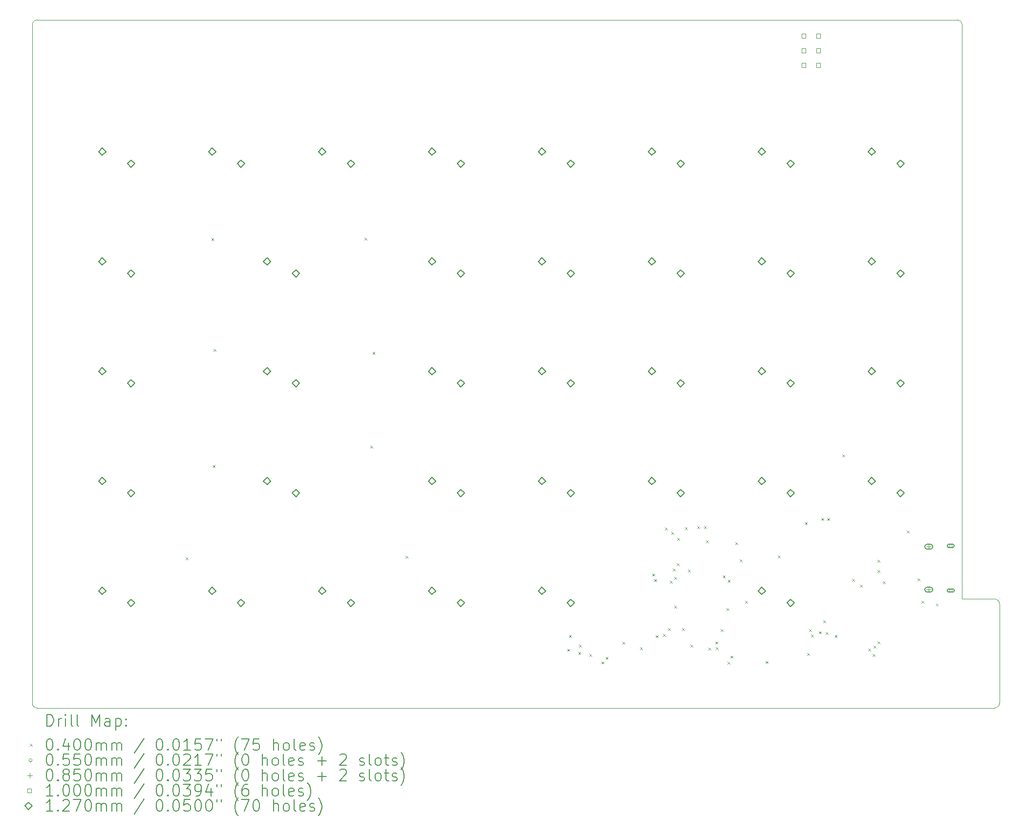
<source format=gbr>
%TF.GenerationSoftware,KiCad,Pcbnew,(6.0.10)*%
%TF.CreationDate,2023-02-02T18:03:20-08:00*%
%TF.ProjectId,netrazr_rev2-Left,6e657472-617a-4725-9f72-6576322d4c65,2*%
%TF.SameCoordinates,Original*%
%TF.FileFunction,Drillmap*%
%TF.FilePolarity,Positive*%
%FSLAX45Y45*%
G04 Gerber Fmt 4.5, Leading zero omitted, Abs format (unit mm)*
G04 Created by KiCad (PCBNEW (6.0.10)) date 2023-02-02 18:03:20*
%MOMM*%
%LPD*%
G01*
G04 APERTURE LIST*
%ADD10C,0.050000*%
%ADD11C,0.200000*%
%ADD12C,0.040000*%
%ADD13C,0.055000*%
%ADD14C,0.085000*%
%ADD15C,0.100000*%
%ADD16C,0.127000*%
G04 APERTURE END LIST*
D10*
X19796300Y-6019800D02*
G75*
G03*
X19716500Y-5940000I-79800J0D01*
G01*
X3768900Y-17878000D02*
X20355100Y-17878000D01*
X20444000Y-15985700D02*
X20444000Y-15985700D01*
X19716500Y-5940000D02*
X3768900Y-5940000D01*
X20355100Y-15985700D02*
X19796300Y-15985700D01*
X3680000Y-6028900D02*
X3680000Y-17789100D01*
X19796300Y-14931600D02*
X19796300Y-6019800D01*
X3768900Y-5940000D02*
G75*
G03*
X3680000Y-6028900I0J-88900D01*
G01*
X20355100Y-17878000D02*
G75*
G03*
X20444000Y-17789100I0J88900D01*
G01*
X20444000Y-16074600D02*
G75*
G03*
X20355100Y-15985700I-88900J0D01*
G01*
X20444000Y-15985700D02*
X20444000Y-15985700D01*
X3680000Y-17789100D02*
G75*
G03*
X3768900Y-17878000I88900J0D01*
G01*
X19796300Y-15985700D02*
X19796300Y-14931600D01*
X20444000Y-17789100D02*
X20444000Y-16074600D01*
D11*
D12*
X6339700Y-15267200D02*
X6379700Y-15307200D01*
X6379700Y-15267200D02*
X6339700Y-15307200D01*
X6784200Y-9730000D02*
X6824200Y-9770000D01*
X6824200Y-9730000D02*
X6784200Y-9770000D01*
X6809600Y-13667000D02*
X6849600Y-13707000D01*
X6849600Y-13667000D02*
X6809600Y-13707000D01*
X6822300Y-11647700D02*
X6862300Y-11687700D01*
X6862300Y-11647700D02*
X6822300Y-11687700D01*
X9438500Y-9717300D02*
X9478500Y-9757300D01*
X9478500Y-9717300D02*
X9438500Y-9757300D01*
X9540100Y-13324100D02*
X9580100Y-13364100D01*
X9580100Y-13324100D02*
X9540100Y-13364100D01*
X9578200Y-11698500D02*
X9618200Y-11738500D01*
X9618200Y-11698500D02*
X9578200Y-11738500D01*
X10149700Y-15241800D02*
X10189700Y-15281800D01*
X10189700Y-15241800D02*
X10149700Y-15281800D01*
X12955550Y-16853000D02*
X12995550Y-16893000D01*
X12995550Y-16853000D02*
X12955550Y-16893000D01*
X12982181Y-16609681D02*
X13022181Y-16649681D01*
X13022181Y-16609681D02*
X12982181Y-16649681D01*
X13143069Y-16910569D02*
X13183069Y-16950569D01*
X13183069Y-16910569D02*
X13143069Y-16950569D01*
X13155500Y-16782950D02*
X13195500Y-16822950D01*
X13195500Y-16782950D02*
X13155500Y-16822950D01*
X13335500Y-16943000D02*
X13375500Y-16983000D01*
X13375500Y-16943000D02*
X13335500Y-16983000D01*
X13543920Y-17073920D02*
X13583920Y-17113920D01*
X13583920Y-17073920D02*
X13543920Y-17113920D01*
X13616370Y-16990400D02*
X13656370Y-17030400D01*
X13656370Y-16990400D02*
X13616370Y-17030400D01*
X13911900Y-16730500D02*
X13951900Y-16770500D01*
X13951900Y-16730500D02*
X13911900Y-16770500D01*
X14216700Y-16820200D02*
X14256700Y-16860200D01*
X14256700Y-16820200D02*
X14216700Y-16860200D01*
X14426500Y-15548000D02*
X14466500Y-15588000D01*
X14466500Y-15548000D02*
X14426500Y-15588000D01*
X14456868Y-15643225D02*
X14496868Y-15683225D01*
X14496868Y-15643225D02*
X14456868Y-15683225D01*
X14486259Y-16614612D02*
X14526259Y-16654612D01*
X14526259Y-16614612D02*
X14486259Y-16654612D01*
X14609115Y-16594215D02*
X14649115Y-16634215D01*
X14649115Y-16594215D02*
X14609115Y-16634215D01*
X14645500Y-14746500D02*
X14685500Y-14786500D01*
X14685500Y-14746500D02*
X14645500Y-14786500D01*
X14699300Y-16495550D02*
X14739300Y-16535550D01*
X14739300Y-16495550D02*
X14699300Y-16535550D01*
X14730569Y-15672931D02*
X14770569Y-15712931D01*
X14770569Y-15672931D02*
X14730569Y-15712931D01*
X14756881Y-14825619D02*
X14796881Y-14865619D01*
X14796881Y-14825619D02*
X14756881Y-14865619D01*
X14780298Y-15457981D02*
X14820298Y-15497981D01*
X14820298Y-15457981D02*
X14780298Y-15497981D01*
X14803644Y-15604740D02*
X14843644Y-15644740D01*
X14843644Y-15604740D02*
X14803644Y-15644740D01*
X14804105Y-16104534D02*
X14844105Y-16144534D01*
X14844105Y-16104534D02*
X14804105Y-16144534D01*
X14848700Y-15368800D02*
X14888700Y-15408800D01*
X14888700Y-15368800D02*
X14848700Y-15408800D01*
X14858481Y-14927219D02*
X14898481Y-14967219D01*
X14898481Y-14927219D02*
X14858481Y-14967219D01*
X14940500Y-16493000D02*
X14980500Y-16533000D01*
X14980500Y-16493000D02*
X14940500Y-16533000D01*
X14990069Y-14741431D02*
X15030069Y-14781431D01*
X15030069Y-14741431D02*
X14990069Y-14781431D01*
X15043050Y-15479230D02*
X15083050Y-15519230D01*
X15083050Y-15479230D02*
X15043050Y-15519230D01*
X15088436Y-16783000D02*
X15128436Y-16823000D01*
X15128436Y-16783000D02*
X15088436Y-16823000D01*
X15203500Y-14723950D02*
X15243500Y-14763950D01*
X15243500Y-14723950D02*
X15203500Y-14763950D01*
X15320500Y-14723950D02*
X15360500Y-14763950D01*
X15360500Y-14723950D02*
X15320500Y-14763950D01*
X15359700Y-14966000D02*
X15399700Y-15006000D01*
X15399700Y-14966000D02*
X15359700Y-15006000D01*
X15397800Y-16831488D02*
X15437800Y-16871488D01*
X15437800Y-16831488D02*
X15397800Y-16871488D01*
X15517908Y-16724796D02*
X15557908Y-16764796D01*
X15557908Y-16724796D02*
X15517908Y-16764796D01*
X15525707Y-16824442D02*
X15565707Y-16864442D01*
X15565707Y-16824442D02*
X15525707Y-16864442D01*
X15610500Y-16511750D02*
X15650500Y-16551750D01*
X15650500Y-16511750D02*
X15610500Y-16551750D01*
X15649748Y-15579350D02*
X15689748Y-15619350D01*
X15689748Y-15579350D02*
X15649748Y-15619350D01*
X15715300Y-16147100D02*
X15755300Y-16187100D01*
X15755300Y-16147100D02*
X15715300Y-16187100D01*
X15728000Y-17074200D02*
X15768000Y-17114200D01*
X15768000Y-17074200D02*
X15728000Y-17114200D01*
X15732881Y-15651800D02*
X15772881Y-15691800D01*
X15772881Y-15651800D02*
X15732881Y-15691800D01*
X15783225Y-16971765D02*
X15823225Y-17011765D01*
X15823225Y-16971765D02*
X15783225Y-17011765D01*
X15867700Y-15000400D02*
X15907700Y-15040400D01*
X15907700Y-15000400D02*
X15867700Y-15040400D01*
X15943900Y-15299150D02*
X15983900Y-15339150D01*
X15983900Y-15299150D02*
X15943900Y-15339150D01*
X16032800Y-16017550D02*
X16072800Y-16057550D01*
X16072800Y-16017550D02*
X16032800Y-16057550D01*
X16392200Y-17063730D02*
X16432200Y-17103730D01*
X16432200Y-17063730D02*
X16392200Y-17103730D01*
X16601300Y-15229100D02*
X16641300Y-15269100D01*
X16641300Y-15229100D02*
X16601300Y-15269100D01*
X17070950Y-14653950D02*
X17110950Y-14693950D01*
X17110950Y-14653950D02*
X17070950Y-14693950D01*
X17112300Y-16921800D02*
X17152300Y-16961800D01*
X17152300Y-16921800D02*
X17112300Y-16961800D01*
X17141400Y-16511700D02*
X17181400Y-16551700D01*
X17181400Y-16511700D02*
X17141400Y-16551700D01*
X17176206Y-16605394D02*
X17216206Y-16645394D01*
X17216206Y-16605394D02*
X17176206Y-16645394D01*
X17310910Y-16547450D02*
X17350910Y-16587450D01*
X17350910Y-16547450D02*
X17310910Y-16587450D01*
X17355500Y-14583950D02*
X17395500Y-14623950D01*
X17395500Y-14583950D02*
X17355500Y-14623950D01*
X17391700Y-16357550D02*
X17431700Y-16397550D01*
X17431700Y-16357550D02*
X17391700Y-16397550D01*
X17428535Y-16562615D02*
X17468535Y-16602615D01*
X17468535Y-16562615D02*
X17428535Y-16602615D01*
X17455448Y-14584550D02*
X17495448Y-14624550D01*
X17495448Y-14584550D02*
X17455448Y-14624550D01*
X17588650Y-16612950D02*
X17628650Y-16652950D01*
X17628650Y-16612950D02*
X17588650Y-16652950D01*
X17720000Y-13480000D02*
X17760000Y-13520000D01*
X17760000Y-13480000D02*
X17720000Y-13520000D01*
X17887000Y-15639100D02*
X17927000Y-15679100D01*
X17927000Y-15639100D02*
X17887000Y-15679100D01*
X18026700Y-15740700D02*
X18066700Y-15780700D01*
X18066700Y-15740700D02*
X18026700Y-15780700D01*
X18166400Y-16850450D02*
X18206400Y-16890450D01*
X18206400Y-16850450D02*
X18166400Y-16890450D01*
X18241706Y-16941971D02*
X18281706Y-16981971D01*
X18281706Y-16941971D02*
X18241706Y-16981971D01*
X18260074Y-16797021D02*
X18300074Y-16837021D01*
X18300074Y-16797021D02*
X18260074Y-16837021D01*
X18327183Y-16722950D02*
X18367183Y-16762950D01*
X18367183Y-16722950D02*
X18327183Y-16762950D01*
X18331500Y-15308900D02*
X18371500Y-15348900D01*
X18371500Y-15308900D02*
X18331500Y-15348900D01*
X18331500Y-15486700D02*
X18371500Y-15526700D01*
X18371500Y-15486700D02*
X18331500Y-15526700D01*
X18420400Y-15677200D02*
X18460400Y-15717200D01*
X18460400Y-15677200D02*
X18420400Y-15717200D01*
X18839500Y-14800900D02*
X18879500Y-14840900D01*
X18879500Y-14800900D02*
X18839500Y-14840900D01*
X19021220Y-15629719D02*
X19061220Y-15669719D01*
X19061220Y-15629719D02*
X19021220Y-15669719D01*
X19090500Y-16016500D02*
X19130500Y-16056500D01*
X19130500Y-16016500D02*
X19090500Y-16056500D01*
X19341150Y-16064550D02*
X19381150Y-16104550D01*
X19381150Y-16064550D02*
X19341150Y-16104550D01*
D13*
X19625100Y-15064800D02*
G75*
G03*
X19625100Y-15064800I-27500J0D01*
G01*
D11*
X19630100Y-15037300D02*
X19565100Y-15037300D01*
X19630100Y-15092300D02*
X19565100Y-15092300D01*
X19565100Y-15037300D02*
G75*
G03*
X19565100Y-15092300I0J-27500D01*
G01*
X19630100Y-15092300D02*
G75*
G03*
X19630100Y-15037300I0J27500D01*
G01*
D13*
X19625100Y-15839800D02*
G75*
G03*
X19625100Y-15839800I-27500J0D01*
G01*
D11*
X19630100Y-15812300D02*
X19565100Y-15812300D01*
X19630100Y-15867300D02*
X19565100Y-15867300D01*
X19565100Y-15812300D02*
G75*
G03*
X19565100Y-15867300I0J-27500D01*
G01*
X19630100Y-15867300D02*
G75*
G03*
X19630100Y-15812300I0J27500D01*
G01*
D14*
X19217600Y-15037300D02*
X19217600Y-15122300D01*
X19175100Y-15079800D02*
X19260100Y-15079800D01*
D11*
X19245100Y-15037300D02*
X19190100Y-15037300D01*
X19245100Y-15122300D02*
X19190100Y-15122300D01*
X19190100Y-15037300D02*
G75*
G03*
X19190100Y-15122300I0J-42500D01*
G01*
X19245100Y-15122300D02*
G75*
G03*
X19245100Y-15037300I0J42500D01*
G01*
D14*
X19217600Y-15782300D02*
X19217600Y-15867300D01*
X19175100Y-15824800D02*
X19260100Y-15824800D01*
D11*
X19245100Y-15782300D02*
X19190100Y-15782300D01*
X19245100Y-15867300D02*
X19190100Y-15867300D01*
X19190100Y-15782300D02*
G75*
G03*
X19190100Y-15867300I0J-42500D01*
G01*
X19245100Y-15867300D02*
G75*
G03*
X19245100Y-15782300I0J42500D01*
G01*
D15*
X17082356Y-6252356D02*
X17082356Y-6181644D01*
X17011644Y-6181644D01*
X17011644Y-6252356D01*
X17082356Y-6252356D01*
X17082356Y-6506356D02*
X17082356Y-6435644D01*
X17011644Y-6435644D01*
X17011644Y-6506356D01*
X17082356Y-6506356D01*
X17082356Y-6760356D02*
X17082356Y-6689644D01*
X17011644Y-6689644D01*
X17011644Y-6760356D01*
X17082356Y-6760356D01*
X17336356Y-6252356D02*
X17336356Y-6181644D01*
X17265644Y-6181644D01*
X17265644Y-6252356D01*
X17336356Y-6252356D01*
X17336356Y-6506356D02*
X17336356Y-6435644D01*
X17265644Y-6435644D01*
X17265644Y-6506356D01*
X17336356Y-6506356D01*
X17336356Y-6760356D02*
X17336356Y-6689644D01*
X17265644Y-6689644D01*
X17265644Y-6760356D01*
X17336356Y-6760356D01*
D16*
X4894500Y-8288500D02*
X4958000Y-8225000D01*
X4894500Y-8161500D01*
X4831000Y-8225000D01*
X4894500Y-8288500D01*
X4894500Y-10193500D02*
X4958000Y-10130000D01*
X4894500Y-10066500D01*
X4831000Y-10130000D01*
X4894500Y-10193500D01*
X4894500Y-12098500D02*
X4958000Y-12035000D01*
X4894500Y-11971500D01*
X4831000Y-12035000D01*
X4894500Y-12098500D01*
X4894500Y-14003500D02*
X4958000Y-13940000D01*
X4894500Y-13876500D01*
X4831000Y-13940000D01*
X4894500Y-14003500D01*
X4894500Y-15908500D02*
X4958000Y-15845000D01*
X4894500Y-15781500D01*
X4831000Y-15845000D01*
X4894500Y-15908500D01*
X5394500Y-8498500D02*
X5458000Y-8435000D01*
X5394500Y-8371500D01*
X5331000Y-8435000D01*
X5394500Y-8498500D01*
X5394500Y-10403500D02*
X5458000Y-10340000D01*
X5394500Y-10276500D01*
X5331000Y-10340000D01*
X5394500Y-10403500D01*
X5394500Y-12308500D02*
X5458000Y-12245000D01*
X5394500Y-12181500D01*
X5331000Y-12245000D01*
X5394500Y-12308500D01*
X5394500Y-14213500D02*
X5458000Y-14150000D01*
X5394500Y-14086500D01*
X5331000Y-14150000D01*
X5394500Y-14213500D01*
X5394500Y-16118500D02*
X5458000Y-16055000D01*
X5394500Y-15991500D01*
X5331000Y-16055000D01*
X5394500Y-16118500D01*
X6799500Y-8288500D02*
X6863000Y-8225000D01*
X6799500Y-8161500D01*
X6736000Y-8225000D01*
X6799500Y-8288500D01*
X6799500Y-15908500D02*
X6863000Y-15845000D01*
X6799500Y-15781500D01*
X6736000Y-15845000D01*
X6799500Y-15908500D01*
X7299500Y-8498500D02*
X7363000Y-8435000D01*
X7299500Y-8371500D01*
X7236000Y-8435000D01*
X7299500Y-8498500D01*
X7299500Y-16118500D02*
X7363000Y-16055000D01*
X7299500Y-15991500D01*
X7236000Y-16055000D01*
X7299500Y-16118500D01*
X7752000Y-10193500D02*
X7815500Y-10130000D01*
X7752000Y-10066500D01*
X7688500Y-10130000D01*
X7752000Y-10193500D01*
X7752000Y-12098500D02*
X7815500Y-12035000D01*
X7752000Y-11971500D01*
X7688500Y-12035000D01*
X7752000Y-12098500D01*
X7752000Y-14003500D02*
X7815500Y-13940000D01*
X7752000Y-13876500D01*
X7688500Y-13940000D01*
X7752000Y-14003500D01*
X8252000Y-10403500D02*
X8315500Y-10340000D01*
X8252000Y-10276500D01*
X8188500Y-10340000D01*
X8252000Y-10403500D01*
X8252000Y-12308500D02*
X8315500Y-12245000D01*
X8252000Y-12181500D01*
X8188500Y-12245000D01*
X8252000Y-12308500D01*
X8252000Y-14213500D02*
X8315500Y-14150000D01*
X8252000Y-14086500D01*
X8188500Y-14150000D01*
X8252000Y-14213500D01*
X8704500Y-8288500D02*
X8768000Y-8225000D01*
X8704500Y-8161500D01*
X8641000Y-8225000D01*
X8704500Y-8288500D01*
X8704500Y-15908500D02*
X8768000Y-15845000D01*
X8704500Y-15781500D01*
X8641000Y-15845000D01*
X8704500Y-15908500D01*
X9204500Y-8498500D02*
X9268000Y-8435000D01*
X9204500Y-8371500D01*
X9141000Y-8435000D01*
X9204500Y-8498500D01*
X9204500Y-16118500D02*
X9268000Y-16055000D01*
X9204500Y-15991500D01*
X9141000Y-16055000D01*
X9204500Y-16118500D01*
X10609500Y-8288500D02*
X10673000Y-8225000D01*
X10609500Y-8161500D01*
X10546000Y-8225000D01*
X10609500Y-8288500D01*
X10609500Y-10193500D02*
X10673000Y-10130000D01*
X10609500Y-10066500D01*
X10546000Y-10130000D01*
X10609500Y-10193500D01*
X10609500Y-12098500D02*
X10673000Y-12035000D01*
X10609500Y-11971500D01*
X10546000Y-12035000D01*
X10609500Y-12098500D01*
X10609500Y-14003500D02*
X10673000Y-13940000D01*
X10609500Y-13876500D01*
X10546000Y-13940000D01*
X10609500Y-14003500D01*
X10609500Y-15908500D02*
X10673000Y-15845000D01*
X10609500Y-15781500D01*
X10546000Y-15845000D01*
X10609500Y-15908500D01*
X11109500Y-8498500D02*
X11173000Y-8435000D01*
X11109500Y-8371500D01*
X11046000Y-8435000D01*
X11109500Y-8498500D01*
X11109500Y-10403500D02*
X11173000Y-10340000D01*
X11109500Y-10276500D01*
X11046000Y-10340000D01*
X11109500Y-10403500D01*
X11109500Y-12308500D02*
X11173000Y-12245000D01*
X11109500Y-12181500D01*
X11046000Y-12245000D01*
X11109500Y-12308500D01*
X11109500Y-14213500D02*
X11173000Y-14150000D01*
X11109500Y-14086500D01*
X11046000Y-14150000D01*
X11109500Y-14213500D01*
X11109500Y-16118500D02*
X11173000Y-16055000D01*
X11109500Y-15991500D01*
X11046000Y-16055000D01*
X11109500Y-16118500D01*
X12514500Y-8288500D02*
X12578000Y-8225000D01*
X12514500Y-8161500D01*
X12451000Y-8225000D01*
X12514500Y-8288500D01*
X12514500Y-10193500D02*
X12578000Y-10130000D01*
X12514500Y-10066500D01*
X12451000Y-10130000D01*
X12514500Y-10193500D01*
X12514500Y-12098500D02*
X12578000Y-12035000D01*
X12514500Y-11971500D01*
X12451000Y-12035000D01*
X12514500Y-12098500D01*
X12514500Y-14003500D02*
X12578000Y-13940000D01*
X12514500Y-13876500D01*
X12451000Y-13940000D01*
X12514500Y-14003500D01*
X12514500Y-15908500D02*
X12578000Y-15845000D01*
X12514500Y-15781500D01*
X12451000Y-15845000D01*
X12514500Y-15908500D01*
X13014500Y-8498500D02*
X13078000Y-8435000D01*
X13014500Y-8371500D01*
X12951000Y-8435000D01*
X13014500Y-8498500D01*
X13014500Y-10403500D02*
X13078000Y-10340000D01*
X13014500Y-10276500D01*
X12951000Y-10340000D01*
X13014500Y-10403500D01*
X13014500Y-12308500D02*
X13078000Y-12245000D01*
X13014500Y-12181500D01*
X12951000Y-12245000D01*
X13014500Y-12308500D01*
X13014500Y-14213500D02*
X13078000Y-14150000D01*
X13014500Y-14086500D01*
X12951000Y-14150000D01*
X13014500Y-14213500D01*
X13014500Y-16118500D02*
X13078000Y-16055000D01*
X13014500Y-15991500D01*
X12951000Y-16055000D01*
X13014500Y-16118500D01*
X14419500Y-8288500D02*
X14483000Y-8225000D01*
X14419500Y-8161500D01*
X14356000Y-8225000D01*
X14419500Y-8288500D01*
X14419500Y-10193500D02*
X14483000Y-10130000D01*
X14419500Y-10066500D01*
X14356000Y-10130000D01*
X14419500Y-10193500D01*
X14419500Y-12098500D02*
X14483000Y-12035000D01*
X14419500Y-11971500D01*
X14356000Y-12035000D01*
X14419500Y-12098500D01*
X14419500Y-14003500D02*
X14483000Y-13940000D01*
X14419500Y-13876500D01*
X14356000Y-13940000D01*
X14419500Y-14003500D01*
X14919500Y-8498500D02*
X14983000Y-8435000D01*
X14919500Y-8371500D01*
X14856000Y-8435000D01*
X14919500Y-8498500D01*
X14919500Y-10403500D02*
X14983000Y-10340000D01*
X14919500Y-10276500D01*
X14856000Y-10340000D01*
X14919500Y-10403500D01*
X14919500Y-12308500D02*
X14983000Y-12245000D01*
X14919500Y-12181500D01*
X14856000Y-12245000D01*
X14919500Y-12308500D01*
X14919500Y-14213500D02*
X14983000Y-14150000D01*
X14919500Y-14086500D01*
X14856000Y-14150000D01*
X14919500Y-14213500D01*
X16324500Y-8288500D02*
X16388000Y-8225000D01*
X16324500Y-8161500D01*
X16261000Y-8225000D01*
X16324500Y-8288500D01*
X16324500Y-10193500D02*
X16388000Y-10130000D01*
X16324500Y-10066500D01*
X16261000Y-10130000D01*
X16324500Y-10193500D01*
X16324500Y-12098500D02*
X16388000Y-12035000D01*
X16324500Y-11971500D01*
X16261000Y-12035000D01*
X16324500Y-12098500D01*
X16324500Y-14003500D02*
X16388000Y-13940000D01*
X16324500Y-13876500D01*
X16261000Y-13940000D01*
X16324500Y-14003500D01*
X16324500Y-15908500D02*
X16388000Y-15845000D01*
X16324500Y-15781500D01*
X16261000Y-15845000D01*
X16324500Y-15908500D01*
X16824500Y-8498500D02*
X16888000Y-8435000D01*
X16824500Y-8371500D01*
X16761000Y-8435000D01*
X16824500Y-8498500D01*
X16824500Y-10403500D02*
X16888000Y-10340000D01*
X16824500Y-10276500D01*
X16761000Y-10340000D01*
X16824500Y-10403500D01*
X16824500Y-12308500D02*
X16888000Y-12245000D01*
X16824500Y-12181500D01*
X16761000Y-12245000D01*
X16824500Y-12308500D01*
X16824500Y-14213500D02*
X16888000Y-14150000D01*
X16824500Y-14086500D01*
X16761000Y-14150000D01*
X16824500Y-14213500D01*
X16824500Y-16118500D02*
X16888000Y-16055000D01*
X16824500Y-15991500D01*
X16761000Y-16055000D01*
X16824500Y-16118500D01*
X18229500Y-8288500D02*
X18293000Y-8225000D01*
X18229500Y-8161500D01*
X18166000Y-8225000D01*
X18229500Y-8288500D01*
X18229500Y-10193500D02*
X18293000Y-10130000D01*
X18229500Y-10066500D01*
X18166000Y-10130000D01*
X18229500Y-10193500D01*
X18229500Y-12098500D02*
X18293000Y-12035000D01*
X18229500Y-11971500D01*
X18166000Y-12035000D01*
X18229500Y-12098500D01*
X18229500Y-14003500D02*
X18293000Y-13940000D01*
X18229500Y-13876500D01*
X18166000Y-13940000D01*
X18229500Y-14003500D01*
X18729500Y-8498500D02*
X18793000Y-8435000D01*
X18729500Y-8371500D01*
X18666000Y-8435000D01*
X18729500Y-8498500D01*
X18729500Y-10403500D02*
X18793000Y-10340000D01*
X18729500Y-10276500D01*
X18666000Y-10340000D01*
X18729500Y-10403500D01*
X18729500Y-12308500D02*
X18793000Y-12245000D01*
X18729500Y-12181500D01*
X18666000Y-12245000D01*
X18729500Y-12308500D01*
X18729500Y-14213500D02*
X18793000Y-14150000D01*
X18729500Y-14086500D01*
X18666000Y-14150000D01*
X18729500Y-14213500D01*
D11*
X3935119Y-18190976D02*
X3935119Y-17990976D01*
X3982738Y-17990976D01*
X4011309Y-18000500D01*
X4030357Y-18019548D01*
X4039881Y-18038595D01*
X4049405Y-18076690D01*
X4049405Y-18105262D01*
X4039881Y-18143357D01*
X4030357Y-18162405D01*
X4011309Y-18181452D01*
X3982738Y-18190976D01*
X3935119Y-18190976D01*
X4135119Y-18190976D02*
X4135119Y-18057643D01*
X4135119Y-18095738D02*
X4144643Y-18076690D01*
X4154167Y-18067167D01*
X4173214Y-18057643D01*
X4192262Y-18057643D01*
X4258929Y-18190976D02*
X4258929Y-18057643D01*
X4258929Y-17990976D02*
X4249405Y-18000500D01*
X4258929Y-18010024D01*
X4268452Y-18000500D01*
X4258929Y-17990976D01*
X4258929Y-18010024D01*
X4382738Y-18190976D02*
X4363690Y-18181452D01*
X4354167Y-18162405D01*
X4354167Y-17990976D01*
X4487500Y-18190976D02*
X4468452Y-18181452D01*
X4458929Y-18162405D01*
X4458929Y-17990976D01*
X4716071Y-18190976D02*
X4716071Y-17990976D01*
X4782738Y-18133833D01*
X4849405Y-17990976D01*
X4849405Y-18190976D01*
X5030357Y-18190976D02*
X5030357Y-18086214D01*
X5020833Y-18067167D01*
X5001786Y-18057643D01*
X4963690Y-18057643D01*
X4944643Y-18067167D01*
X5030357Y-18181452D02*
X5011310Y-18190976D01*
X4963690Y-18190976D01*
X4944643Y-18181452D01*
X4935119Y-18162405D01*
X4935119Y-18143357D01*
X4944643Y-18124310D01*
X4963690Y-18114786D01*
X5011310Y-18114786D01*
X5030357Y-18105262D01*
X5125595Y-18057643D02*
X5125595Y-18257643D01*
X5125595Y-18067167D02*
X5144643Y-18057643D01*
X5182738Y-18057643D01*
X5201786Y-18067167D01*
X5211310Y-18076690D01*
X5220833Y-18095738D01*
X5220833Y-18152881D01*
X5211310Y-18171929D01*
X5201786Y-18181452D01*
X5182738Y-18190976D01*
X5144643Y-18190976D01*
X5125595Y-18181452D01*
X5306548Y-18171929D02*
X5316071Y-18181452D01*
X5306548Y-18190976D01*
X5297024Y-18181452D01*
X5306548Y-18171929D01*
X5306548Y-18190976D01*
X5306548Y-18067167D02*
X5316071Y-18076690D01*
X5306548Y-18086214D01*
X5297024Y-18076690D01*
X5306548Y-18067167D01*
X5306548Y-18086214D01*
D12*
X3637500Y-18500500D02*
X3677500Y-18540500D01*
X3677500Y-18500500D02*
X3637500Y-18540500D01*
D11*
X3973214Y-18410976D02*
X3992262Y-18410976D01*
X4011309Y-18420500D01*
X4020833Y-18430024D01*
X4030357Y-18449071D01*
X4039881Y-18487167D01*
X4039881Y-18534786D01*
X4030357Y-18572881D01*
X4020833Y-18591929D01*
X4011309Y-18601452D01*
X3992262Y-18610976D01*
X3973214Y-18610976D01*
X3954167Y-18601452D01*
X3944643Y-18591929D01*
X3935119Y-18572881D01*
X3925595Y-18534786D01*
X3925595Y-18487167D01*
X3935119Y-18449071D01*
X3944643Y-18430024D01*
X3954167Y-18420500D01*
X3973214Y-18410976D01*
X4125595Y-18591929D02*
X4135119Y-18601452D01*
X4125595Y-18610976D01*
X4116071Y-18601452D01*
X4125595Y-18591929D01*
X4125595Y-18610976D01*
X4306548Y-18477643D02*
X4306548Y-18610976D01*
X4258929Y-18401452D02*
X4211310Y-18544310D01*
X4335119Y-18544310D01*
X4449405Y-18410976D02*
X4468452Y-18410976D01*
X4487500Y-18420500D01*
X4497024Y-18430024D01*
X4506548Y-18449071D01*
X4516071Y-18487167D01*
X4516071Y-18534786D01*
X4506548Y-18572881D01*
X4497024Y-18591929D01*
X4487500Y-18601452D01*
X4468452Y-18610976D01*
X4449405Y-18610976D01*
X4430357Y-18601452D01*
X4420833Y-18591929D01*
X4411310Y-18572881D01*
X4401786Y-18534786D01*
X4401786Y-18487167D01*
X4411310Y-18449071D01*
X4420833Y-18430024D01*
X4430357Y-18420500D01*
X4449405Y-18410976D01*
X4639881Y-18410976D02*
X4658929Y-18410976D01*
X4677976Y-18420500D01*
X4687500Y-18430024D01*
X4697024Y-18449071D01*
X4706548Y-18487167D01*
X4706548Y-18534786D01*
X4697024Y-18572881D01*
X4687500Y-18591929D01*
X4677976Y-18601452D01*
X4658929Y-18610976D01*
X4639881Y-18610976D01*
X4620833Y-18601452D01*
X4611310Y-18591929D01*
X4601786Y-18572881D01*
X4592262Y-18534786D01*
X4592262Y-18487167D01*
X4601786Y-18449071D01*
X4611310Y-18430024D01*
X4620833Y-18420500D01*
X4639881Y-18410976D01*
X4792262Y-18610976D02*
X4792262Y-18477643D01*
X4792262Y-18496690D02*
X4801786Y-18487167D01*
X4820833Y-18477643D01*
X4849405Y-18477643D01*
X4868452Y-18487167D01*
X4877976Y-18506214D01*
X4877976Y-18610976D01*
X4877976Y-18506214D02*
X4887500Y-18487167D01*
X4906548Y-18477643D01*
X4935119Y-18477643D01*
X4954167Y-18487167D01*
X4963690Y-18506214D01*
X4963690Y-18610976D01*
X5058929Y-18610976D02*
X5058929Y-18477643D01*
X5058929Y-18496690D02*
X5068452Y-18487167D01*
X5087500Y-18477643D01*
X5116071Y-18477643D01*
X5135119Y-18487167D01*
X5144643Y-18506214D01*
X5144643Y-18610976D01*
X5144643Y-18506214D02*
X5154167Y-18487167D01*
X5173214Y-18477643D01*
X5201786Y-18477643D01*
X5220833Y-18487167D01*
X5230357Y-18506214D01*
X5230357Y-18610976D01*
X5620833Y-18401452D02*
X5449405Y-18658595D01*
X5877976Y-18410976D02*
X5897024Y-18410976D01*
X5916071Y-18420500D01*
X5925595Y-18430024D01*
X5935119Y-18449071D01*
X5944643Y-18487167D01*
X5944643Y-18534786D01*
X5935119Y-18572881D01*
X5925595Y-18591929D01*
X5916071Y-18601452D01*
X5897024Y-18610976D01*
X5877976Y-18610976D01*
X5858928Y-18601452D01*
X5849405Y-18591929D01*
X5839881Y-18572881D01*
X5830357Y-18534786D01*
X5830357Y-18487167D01*
X5839881Y-18449071D01*
X5849405Y-18430024D01*
X5858928Y-18420500D01*
X5877976Y-18410976D01*
X6030357Y-18591929D02*
X6039881Y-18601452D01*
X6030357Y-18610976D01*
X6020833Y-18601452D01*
X6030357Y-18591929D01*
X6030357Y-18610976D01*
X6163690Y-18410976D02*
X6182738Y-18410976D01*
X6201786Y-18420500D01*
X6211309Y-18430024D01*
X6220833Y-18449071D01*
X6230357Y-18487167D01*
X6230357Y-18534786D01*
X6220833Y-18572881D01*
X6211309Y-18591929D01*
X6201786Y-18601452D01*
X6182738Y-18610976D01*
X6163690Y-18610976D01*
X6144643Y-18601452D01*
X6135119Y-18591929D01*
X6125595Y-18572881D01*
X6116071Y-18534786D01*
X6116071Y-18487167D01*
X6125595Y-18449071D01*
X6135119Y-18430024D01*
X6144643Y-18420500D01*
X6163690Y-18410976D01*
X6420833Y-18610976D02*
X6306548Y-18610976D01*
X6363690Y-18610976D02*
X6363690Y-18410976D01*
X6344643Y-18439548D01*
X6325595Y-18458595D01*
X6306548Y-18468119D01*
X6601786Y-18410976D02*
X6506548Y-18410976D01*
X6497024Y-18506214D01*
X6506548Y-18496690D01*
X6525595Y-18487167D01*
X6573214Y-18487167D01*
X6592262Y-18496690D01*
X6601786Y-18506214D01*
X6611309Y-18525262D01*
X6611309Y-18572881D01*
X6601786Y-18591929D01*
X6592262Y-18601452D01*
X6573214Y-18610976D01*
X6525595Y-18610976D01*
X6506548Y-18601452D01*
X6497024Y-18591929D01*
X6677976Y-18410976D02*
X6811309Y-18410976D01*
X6725595Y-18610976D01*
X6877976Y-18410976D02*
X6877976Y-18449071D01*
X6954167Y-18410976D02*
X6954167Y-18449071D01*
X7249405Y-18687167D02*
X7239881Y-18677643D01*
X7220833Y-18649071D01*
X7211309Y-18630024D01*
X7201786Y-18601452D01*
X7192262Y-18553833D01*
X7192262Y-18515738D01*
X7201786Y-18468119D01*
X7211309Y-18439548D01*
X7220833Y-18420500D01*
X7239881Y-18391929D01*
X7249405Y-18382405D01*
X7306548Y-18410976D02*
X7439881Y-18410976D01*
X7354167Y-18610976D01*
X7611309Y-18410976D02*
X7516071Y-18410976D01*
X7506548Y-18506214D01*
X7516071Y-18496690D01*
X7535119Y-18487167D01*
X7582738Y-18487167D01*
X7601786Y-18496690D01*
X7611309Y-18506214D01*
X7620833Y-18525262D01*
X7620833Y-18572881D01*
X7611309Y-18591929D01*
X7601786Y-18601452D01*
X7582738Y-18610976D01*
X7535119Y-18610976D01*
X7516071Y-18601452D01*
X7506548Y-18591929D01*
X7858928Y-18610976D02*
X7858928Y-18410976D01*
X7944643Y-18610976D02*
X7944643Y-18506214D01*
X7935119Y-18487167D01*
X7916071Y-18477643D01*
X7887500Y-18477643D01*
X7868452Y-18487167D01*
X7858928Y-18496690D01*
X8068452Y-18610976D02*
X8049405Y-18601452D01*
X8039881Y-18591929D01*
X8030357Y-18572881D01*
X8030357Y-18515738D01*
X8039881Y-18496690D01*
X8049405Y-18487167D01*
X8068452Y-18477643D01*
X8097024Y-18477643D01*
X8116071Y-18487167D01*
X8125595Y-18496690D01*
X8135119Y-18515738D01*
X8135119Y-18572881D01*
X8125595Y-18591929D01*
X8116071Y-18601452D01*
X8097024Y-18610976D01*
X8068452Y-18610976D01*
X8249405Y-18610976D02*
X8230357Y-18601452D01*
X8220833Y-18582405D01*
X8220833Y-18410976D01*
X8401786Y-18601452D02*
X8382738Y-18610976D01*
X8344643Y-18610976D01*
X8325595Y-18601452D01*
X8316071Y-18582405D01*
X8316071Y-18506214D01*
X8325595Y-18487167D01*
X8344643Y-18477643D01*
X8382738Y-18477643D01*
X8401786Y-18487167D01*
X8411310Y-18506214D01*
X8411310Y-18525262D01*
X8316071Y-18544310D01*
X8487500Y-18601452D02*
X8506548Y-18610976D01*
X8544643Y-18610976D01*
X8563690Y-18601452D01*
X8573214Y-18582405D01*
X8573214Y-18572881D01*
X8563690Y-18553833D01*
X8544643Y-18544310D01*
X8516071Y-18544310D01*
X8497024Y-18534786D01*
X8487500Y-18515738D01*
X8487500Y-18506214D01*
X8497024Y-18487167D01*
X8516071Y-18477643D01*
X8544643Y-18477643D01*
X8563690Y-18487167D01*
X8639881Y-18687167D02*
X8649405Y-18677643D01*
X8668452Y-18649071D01*
X8677976Y-18630024D01*
X8687500Y-18601452D01*
X8697024Y-18553833D01*
X8697024Y-18515738D01*
X8687500Y-18468119D01*
X8677976Y-18439548D01*
X8668452Y-18420500D01*
X8649405Y-18391929D01*
X8639881Y-18382405D01*
D13*
X3677500Y-18784500D02*
G75*
G03*
X3677500Y-18784500I-27500J0D01*
G01*
D11*
X3973214Y-18674976D02*
X3992262Y-18674976D01*
X4011309Y-18684500D01*
X4020833Y-18694024D01*
X4030357Y-18713071D01*
X4039881Y-18751167D01*
X4039881Y-18798786D01*
X4030357Y-18836881D01*
X4020833Y-18855929D01*
X4011309Y-18865452D01*
X3992262Y-18874976D01*
X3973214Y-18874976D01*
X3954167Y-18865452D01*
X3944643Y-18855929D01*
X3935119Y-18836881D01*
X3925595Y-18798786D01*
X3925595Y-18751167D01*
X3935119Y-18713071D01*
X3944643Y-18694024D01*
X3954167Y-18684500D01*
X3973214Y-18674976D01*
X4125595Y-18855929D02*
X4135119Y-18865452D01*
X4125595Y-18874976D01*
X4116071Y-18865452D01*
X4125595Y-18855929D01*
X4125595Y-18874976D01*
X4316071Y-18674976D02*
X4220833Y-18674976D01*
X4211310Y-18770214D01*
X4220833Y-18760690D01*
X4239881Y-18751167D01*
X4287500Y-18751167D01*
X4306548Y-18760690D01*
X4316071Y-18770214D01*
X4325595Y-18789262D01*
X4325595Y-18836881D01*
X4316071Y-18855929D01*
X4306548Y-18865452D01*
X4287500Y-18874976D01*
X4239881Y-18874976D01*
X4220833Y-18865452D01*
X4211310Y-18855929D01*
X4506548Y-18674976D02*
X4411310Y-18674976D01*
X4401786Y-18770214D01*
X4411310Y-18760690D01*
X4430357Y-18751167D01*
X4477976Y-18751167D01*
X4497024Y-18760690D01*
X4506548Y-18770214D01*
X4516071Y-18789262D01*
X4516071Y-18836881D01*
X4506548Y-18855929D01*
X4497024Y-18865452D01*
X4477976Y-18874976D01*
X4430357Y-18874976D01*
X4411310Y-18865452D01*
X4401786Y-18855929D01*
X4639881Y-18674976D02*
X4658929Y-18674976D01*
X4677976Y-18684500D01*
X4687500Y-18694024D01*
X4697024Y-18713071D01*
X4706548Y-18751167D01*
X4706548Y-18798786D01*
X4697024Y-18836881D01*
X4687500Y-18855929D01*
X4677976Y-18865452D01*
X4658929Y-18874976D01*
X4639881Y-18874976D01*
X4620833Y-18865452D01*
X4611310Y-18855929D01*
X4601786Y-18836881D01*
X4592262Y-18798786D01*
X4592262Y-18751167D01*
X4601786Y-18713071D01*
X4611310Y-18694024D01*
X4620833Y-18684500D01*
X4639881Y-18674976D01*
X4792262Y-18874976D02*
X4792262Y-18741643D01*
X4792262Y-18760690D02*
X4801786Y-18751167D01*
X4820833Y-18741643D01*
X4849405Y-18741643D01*
X4868452Y-18751167D01*
X4877976Y-18770214D01*
X4877976Y-18874976D01*
X4877976Y-18770214D02*
X4887500Y-18751167D01*
X4906548Y-18741643D01*
X4935119Y-18741643D01*
X4954167Y-18751167D01*
X4963690Y-18770214D01*
X4963690Y-18874976D01*
X5058929Y-18874976D02*
X5058929Y-18741643D01*
X5058929Y-18760690D02*
X5068452Y-18751167D01*
X5087500Y-18741643D01*
X5116071Y-18741643D01*
X5135119Y-18751167D01*
X5144643Y-18770214D01*
X5144643Y-18874976D01*
X5144643Y-18770214D02*
X5154167Y-18751167D01*
X5173214Y-18741643D01*
X5201786Y-18741643D01*
X5220833Y-18751167D01*
X5230357Y-18770214D01*
X5230357Y-18874976D01*
X5620833Y-18665452D02*
X5449405Y-18922595D01*
X5877976Y-18674976D02*
X5897024Y-18674976D01*
X5916071Y-18684500D01*
X5925595Y-18694024D01*
X5935119Y-18713071D01*
X5944643Y-18751167D01*
X5944643Y-18798786D01*
X5935119Y-18836881D01*
X5925595Y-18855929D01*
X5916071Y-18865452D01*
X5897024Y-18874976D01*
X5877976Y-18874976D01*
X5858928Y-18865452D01*
X5849405Y-18855929D01*
X5839881Y-18836881D01*
X5830357Y-18798786D01*
X5830357Y-18751167D01*
X5839881Y-18713071D01*
X5849405Y-18694024D01*
X5858928Y-18684500D01*
X5877976Y-18674976D01*
X6030357Y-18855929D02*
X6039881Y-18865452D01*
X6030357Y-18874976D01*
X6020833Y-18865452D01*
X6030357Y-18855929D01*
X6030357Y-18874976D01*
X6163690Y-18674976D02*
X6182738Y-18674976D01*
X6201786Y-18684500D01*
X6211309Y-18694024D01*
X6220833Y-18713071D01*
X6230357Y-18751167D01*
X6230357Y-18798786D01*
X6220833Y-18836881D01*
X6211309Y-18855929D01*
X6201786Y-18865452D01*
X6182738Y-18874976D01*
X6163690Y-18874976D01*
X6144643Y-18865452D01*
X6135119Y-18855929D01*
X6125595Y-18836881D01*
X6116071Y-18798786D01*
X6116071Y-18751167D01*
X6125595Y-18713071D01*
X6135119Y-18694024D01*
X6144643Y-18684500D01*
X6163690Y-18674976D01*
X6306548Y-18694024D02*
X6316071Y-18684500D01*
X6335119Y-18674976D01*
X6382738Y-18674976D01*
X6401786Y-18684500D01*
X6411309Y-18694024D01*
X6420833Y-18713071D01*
X6420833Y-18732119D01*
X6411309Y-18760690D01*
X6297024Y-18874976D01*
X6420833Y-18874976D01*
X6611309Y-18874976D02*
X6497024Y-18874976D01*
X6554167Y-18874976D02*
X6554167Y-18674976D01*
X6535119Y-18703548D01*
X6516071Y-18722595D01*
X6497024Y-18732119D01*
X6677976Y-18674976D02*
X6811309Y-18674976D01*
X6725595Y-18874976D01*
X6877976Y-18674976D02*
X6877976Y-18713071D01*
X6954167Y-18674976D02*
X6954167Y-18713071D01*
X7249405Y-18951167D02*
X7239881Y-18941643D01*
X7220833Y-18913071D01*
X7211309Y-18894024D01*
X7201786Y-18865452D01*
X7192262Y-18817833D01*
X7192262Y-18779738D01*
X7201786Y-18732119D01*
X7211309Y-18703548D01*
X7220833Y-18684500D01*
X7239881Y-18655929D01*
X7249405Y-18646405D01*
X7363690Y-18674976D02*
X7382738Y-18674976D01*
X7401786Y-18684500D01*
X7411309Y-18694024D01*
X7420833Y-18713071D01*
X7430357Y-18751167D01*
X7430357Y-18798786D01*
X7420833Y-18836881D01*
X7411309Y-18855929D01*
X7401786Y-18865452D01*
X7382738Y-18874976D01*
X7363690Y-18874976D01*
X7344643Y-18865452D01*
X7335119Y-18855929D01*
X7325595Y-18836881D01*
X7316071Y-18798786D01*
X7316071Y-18751167D01*
X7325595Y-18713071D01*
X7335119Y-18694024D01*
X7344643Y-18684500D01*
X7363690Y-18674976D01*
X7668452Y-18874976D02*
X7668452Y-18674976D01*
X7754167Y-18874976D02*
X7754167Y-18770214D01*
X7744643Y-18751167D01*
X7725595Y-18741643D01*
X7697024Y-18741643D01*
X7677976Y-18751167D01*
X7668452Y-18760690D01*
X7877976Y-18874976D02*
X7858928Y-18865452D01*
X7849405Y-18855929D01*
X7839881Y-18836881D01*
X7839881Y-18779738D01*
X7849405Y-18760690D01*
X7858928Y-18751167D01*
X7877976Y-18741643D01*
X7906548Y-18741643D01*
X7925595Y-18751167D01*
X7935119Y-18760690D01*
X7944643Y-18779738D01*
X7944643Y-18836881D01*
X7935119Y-18855929D01*
X7925595Y-18865452D01*
X7906548Y-18874976D01*
X7877976Y-18874976D01*
X8058928Y-18874976D02*
X8039881Y-18865452D01*
X8030357Y-18846405D01*
X8030357Y-18674976D01*
X8211309Y-18865452D02*
X8192262Y-18874976D01*
X8154167Y-18874976D01*
X8135119Y-18865452D01*
X8125595Y-18846405D01*
X8125595Y-18770214D01*
X8135119Y-18751167D01*
X8154167Y-18741643D01*
X8192262Y-18741643D01*
X8211309Y-18751167D01*
X8220833Y-18770214D01*
X8220833Y-18789262D01*
X8125595Y-18808310D01*
X8297024Y-18865452D02*
X8316071Y-18874976D01*
X8354167Y-18874976D01*
X8373214Y-18865452D01*
X8382738Y-18846405D01*
X8382738Y-18836881D01*
X8373214Y-18817833D01*
X8354167Y-18808310D01*
X8325595Y-18808310D01*
X8306548Y-18798786D01*
X8297024Y-18779738D01*
X8297024Y-18770214D01*
X8306548Y-18751167D01*
X8325595Y-18741643D01*
X8354167Y-18741643D01*
X8373214Y-18751167D01*
X8620833Y-18798786D02*
X8773214Y-18798786D01*
X8697024Y-18874976D02*
X8697024Y-18722595D01*
X9011310Y-18694024D02*
X9020833Y-18684500D01*
X9039881Y-18674976D01*
X9087500Y-18674976D01*
X9106548Y-18684500D01*
X9116071Y-18694024D01*
X9125595Y-18713071D01*
X9125595Y-18732119D01*
X9116071Y-18760690D01*
X9001786Y-18874976D01*
X9125595Y-18874976D01*
X9354167Y-18865452D02*
X9373214Y-18874976D01*
X9411310Y-18874976D01*
X9430357Y-18865452D01*
X9439881Y-18846405D01*
X9439881Y-18836881D01*
X9430357Y-18817833D01*
X9411310Y-18808310D01*
X9382738Y-18808310D01*
X9363690Y-18798786D01*
X9354167Y-18779738D01*
X9354167Y-18770214D01*
X9363690Y-18751167D01*
X9382738Y-18741643D01*
X9411310Y-18741643D01*
X9430357Y-18751167D01*
X9554167Y-18874976D02*
X9535119Y-18865452D01*
X9525595Y-18846405D01*
X9525595Y-18674976D01*
X9658929Y-18874976D02*
X9639881Y-18865452D01*
X9630357Y-18855929D01*
X9620833Y-18836881D01*
X9620833Y-18779738D01*
X9630357Y-18760690D01*
X9639881Y-18751167D01*
X9658929Y-18741643D01*
X9687500Y-18741643D01*
X9706548Y-18751167D01*
X9716071Y-18760690D01*
X9725595Y-18779738D01*
X9725595Y-18836881D01*
X9716071Y-18855929D01*
X9706548Y-18865452D01*
X9687500Y-18874976D01*
X9658929Y-18874976D01*
X9782738Y-18741643D02*
X9858929Y-18741643D01*
X9811310Y-18674976D02*
X9811310Y-18846405D01*
X9820833Y-18865452D01*
X9839881Y-18874976D01*
X9858929Y-18874976D01*
X9916071Y-18865452D02*
X9935119Y-18874976D01*
X9973214Y-18874976D01*
X9992262Y-18865452D01*
X10001786Y-18846405D01*
X10001786Y-18836881D01*
X9992262Y-18817833D01*
X9973214Y-18808310D01*
X9944643Y-18808310D01*
X9925595Y-18798786D01*
X9916071Y-18779738D01*
X9916071Y-18770214D01*
X9925595Y-18751167D01*
X9944643Y-18741643D01*
X9973214Y-18741643D01*
X9992262Y-18751167D01*
X10068452Y-18951167D02*
X10077976Y-18941643D01*
X10097024Y-18913071D01*
X10106548Y-18894024D01*
X10116071Y-18865452D01*
X10125595Y-18817833D01*
X10125595Y-18779738D01*
X10116071Y-18732119D01*
X10106548Y-18703548D01*
X10097024Y-18684500D01*
X10077976Y-18655929D01*
X10068452Y-18646405D01*
D14*
X3635000Y-19006000D02*
X3635000Y-19091000D01*
X3592500Y-19048500D02*
X3677500Y-19048500D01*
D11*
X3973214Y-18938976D02*
X3992262Y-18938976D01*
X4011309Y-18948500D01*
X4020833Y-18958024D01*
X4030357Y-18977071D01*
X4039881Y-19015167D01*
X4039881Y-19062786D01*
X4030357Y-19100881D01*
X4020833Y-19119929D01*
X4011309Y-19129452D01*
X3992262Y-19138976D01*
X3973214Y-19138976D01*
X3954167Y-19129452D01*
X3944643Y-19119929D01*
X3935119Y-19100881D01*
X3925595Y-19062786D01*
X3925595Y-19015167D01*
X3935119Y-18977071D01*
X3944643Y-18958024D01*
X3954167Y-18948500D01*
X3973214Y-18938976D01*
X4125595Y-19119929D02*
X4135119Y-19129452D01*
X4125595Y-19138976D01*
X4116071Y-19129452D01*
X4125595Y-19119929D01*
X4125595Y-19138976D01*
X4249405Y-19024690D02*
X4230357Y-19015167D01*
X4220833Y-19005643D01*
X4211310Y-18986595D01*
X4211310Y-18977071D01*
X4220833Y-18958024D01*
X4230357Y-18948500D01*
X4249405Y-18938976D01*
X4287500Y-18938976D01*
X4306548Y-18948500D01*
X4316071Y-18958024D01*
X4325595Y-18977071D01*
X4325595Y-18986595D01*
X4316071Y-19005643D01*
X4306548Y-19015167D01*
X4287500Y-19024690D01*
X4249405Y-19024690D01*
X4230357Y-19034214D01*
X4220833Y-19043738D01*
X4211310Y-19062786D01*
X4211310Y-19100881D01*
X4220833Y-19119929D01*
X4230357Y-19129452D01*
X4249405Y-19138976D01*
X4287500Y-19138976D01*
X4306548Y-19129452D01*
X4316071Y-19119929D01*
X4325595Y-19100881D01*
X4325595Y-19062786D01*
X4316071Y-19043738D01*
X4306548Y-19034214D01*
X4287500Y-19024690D01*
X4506548Y-18938976D02*
X4411310Y-18938976D01*
X4401786Y-19034214D01*
X4411310Y-19024690D01*
X4430357Y-19015167D01*
X4477976Y-19015167D01*
X4497024Y-19024690D01*
X4506548Y-19034214D01*
X4516071Y-19053262D01*
X4516071Y-19100881D01*
X4506548Y-19119929D01*
X4497024Y-19129452D01*
X4477976Y-19138976D01*
X4430357Y-19138976D01*
X4411310Y-19129452D01*
X4401786Y-19119929D01*
X4639881Y-18938976D02*
X4658929Y-18938976D01*
X4677976Y-18948500D01*
X4687500Y-18958024D01*
X4697024Y-18977071D01*
X4706548Y-19015167D01*
X4706548Y-19062786D01*
X4697024Y-19100881D01*
X4687500Y-19119929D01*
X4677976Y-19129452D01*
X4658929Y-19138976D01*
X4639881Y-19138976D01*
X4620833Y-19129452D01*
X4611310Y-19119929D01*
X4601786Y-19100881D01*
X4592262Y-19062786D01*
X4592262Y-19015167D01*
X4601786Y-18977071D01*
X4611310Y-18958024D01*
X4620833Y-18948500D01*
X4639881Y-18938976D01*
X4792262Y-19138976D02*
X4792262Y-19005643D01*
X4792262Y-19024690D02*
X4801786Y-19015167D01*
X4820833Y-19005643D01*
X4849405Y-19005643D01*
X4868452Y-19015167D01*
X4877976Y-19034214D01*
X4877976Y-19138976D01*
X4877976Y-19034214D02*
X4887500Y-19015167D01*
X4906548Y-19005643D01*
X4935119Y-19005643D01*
X4954167Y-19015167D01*
X4963690Y-19034214D01*
X4963690Y-19138976D01*
X5058929Y-19138976D02*
X5058929Y-19005643D01*
X5058929Y-19024690D02*
X5068452Y-19015167D01*
X5087500Y-19005643D01*
X5116071Y-19005643D01*
X5135119Y-19015167D01*
X5144643Y-19034214D01*
X5144643Y-19138976D01*
X5144643Y-19034214D02*
X5154167Y-19015167D01*
X5173214Y-19005643D01*
X5201786Y-19005643D01*
X5220833Y-19015167D01*
X5230357Y-19034214D01*
X5230357Y-19138976D01*
X5620833Y-18929452D02*
X5449405Y-19186595D01*
X5877976Y-18938976D02*
X5897024Y-18938976D01*
X5916071Y-18948500D01*
X5925595Y-18958024D01*
X5935119Y-18977071D01*
X5944643Y-19015167D01*
X5944643Y-19062786D01*
X5935119Y-19100881D01*
X5925595Y-19119929D01*
X5916071Y-19129452D01*
X5897024Y-19138976D01*
X5877976Y-19138976D01*
X5858928Y-19129452D01*
X5849405Y-19119929D01*
X5839881Y-19100881D01*
X5830357Y-19062786D01*
X5830357Y-19015167D01*
X5839881Y-18977071D01*
X5849405Y-18958024D01*
X5858928Y-18948500D01*
X5877976Y-18938976D01*
X6030357Y-19119929D02*
X6039881Y-19129452D01*
X6030357Y-19138976D01*
X6020833Y-19129452D01*
X6030357Y-19119929D01*
X6030357Y-19138976D01*
X6163690Y-18938976D02*
X6182738Y-18938976D01*
X6201786Y-18948500D01*
X6211309Y-18958024D01*
X6220833Y-18977071D01*
X6230357Y-19015167D01*
X6230357Y-19062786D01*
X6220833Y-19100881D01*
X6211309Y-19119929D01*
X6201786Y-19129452D01*
X6182738Y-19138976D01*
X6163690Y-19138976D01*
X6144643Y-19129452D01*
X6135119Y-19119929D01*
X6125595Y-19100881D01*
X6116071Y-19062786D01*
X6116071Y-19015167D01*
X6125595Y-18977071D01*
X6135119Y-18958024D01*
X6144643Y-18948500D01*
X6163690Y-18938976D01*
X6297024Y-18938976D02*
X6420833Y-18938976D01*
X6354167Y-19015167D01*
X6382738Y-19015167D01*
X6401786Y-19024690D01*
X6411309Y-19034214D01*
X6420833Y-19053262D01*
X6420833Y-19100881D01*
X6411309Y-19119929D01*
X6401786Y-19129452D01*
X6382738Y-19138976D01*
X6325595Y-19138976D01*
X6306548Y-19129452D01*
X6297024Y-19119929D01*
X6487500Y-18938976D02*
X6611309Y-18938976D01*
X6544643Y-19015167D01*
X6573214Y-19015167D01*
X6592262Y-19024690D01*
X6601786Y-19034214D01*
X6611309Y-19053262D01*
X6611309Y-19100881D01*
X6601786Y-19119929D01*
X6592262Y-19129452D01*
X6573214Y-19138976D01*
X6516071Y-19138976D01*
X6497024Y-19129452D01*
X6487500Y-19119929D01*
X6792262Y-18938976D02*
X6697024Y-18938976D01*
X6687500Y-19034214D01*
X6697024Y-19024690D01*
X6716071Y-19015167D01*
X6763690Y-19015167D01*
X6782738Y-19024690D01*
X6792262Y-19034214D01*
X6801786Y-19053262D01*
X6801786Y-19100881D01*
X6792262Y-19119929D01*
X6782738Y-19129452D01*
X6763690Y-19138976D01*
X6716071Y-19138976D01*
X6697024Y-19129452D01*
X6687500Y-19119929D01*
X6877976Y-18938976D02*
X6877976Y-18977071D01*
X6954167Y-18938976D02*
X6954167Y-18977071D01*
X7249405Y-19215167D02*
X7239881Y-19205643D01*
X7220833Y-19177071D01*
X7211309Y-19158024D01*
X7201786Y-19129452D01*
X7192262Y-19081833D01*
X7192262Y-19043738D01*
X7201786Y-18996119D01*
X7211309Y-18967548D01*
X7220833Y-18948500D01*
X7239881Y-18919929D01*
X7249405Y-18910405D01*
X7363690Y-18938976D02*
X7382738Y-18938976D01*
X7401786Y-18948500D01*
X7411309Y-18958024D01*
X7420833Y-18977071D01*
X7430357Y-19015167D01*
X7430357Y-19062786D01*
X7420833Y-19100881D01*
X7411309Y-19119929D01*
X7401786Y-19129452D01*
X7382738Y-19138976D01*
X7363690Y-19138976D01*
X7344643Y-19129452D01*
X7335119Y-19119929D01*
X7325595Y-19100881D01*
X7316071Y-19062786D01*
X7316071Y-19015167D01*
X7325595Y-18977071D01*
X7335119Y-18958024D01*
X7344643Y-18948500D01*
X7363690Y-18938976D01*
X7668452Y-19138976D02*
X7668452Y-18938976D01*
X7754167Y-19138976D02*
X7754167Y-19034214D01*
X7744643Y-19015167D01*
X7725595Y-19005643D01*
X7697024Y-19005643D01*
X7677976Y-19015167D01*
X7668452Y-19024690D01*
X7877976Y-19138976D02*
X7858928Y-19129452D01*
X7849405Y-19119929D01*
X7839881Y-19100881D01*
X7839881Y-19043738D01*
X7849405Y-19024690D01*
X7858928Y-19015167D01*
X7877976Y-19005643D01*
X7906548Y-19005643D01*
X7925595Y-19015167D01*
X7935119Y-19024690D01*
X7944643Y-19043738D01*
X7944643Y-19100881D01*
X7935119Y-19119929D01*
X7925595Y-19129452D01*
X7906548Y-19138976D01*
X7877976Y-19138976D01*
X8058928Y-19138976D02*
X8039881Y-19129452D01*
X8030357Y-19110405D01*
X8030357Y-18938976D01*
X8211309Y-19129452D02*
X8192262Y-19138976D01*
X8154167Y-19138976D01*
X8135119Y-19129452D01*
X8125595Y-19110405D01*
X8125595Y-19034214D01*
X8135119Y-19015167D01*
X8154167Y-19005643D01*
X8192262Y-19005643D01*
X8211309Y-19015167D01*
X8220833Y-19034214D01*
X8220833Y-19053262D01*
X8125595Y-19072310D01*
X8297024Y-19129452D02*
X8316071Y-19138976D01*
X8354167Y-19138976D01*
X8373214Y-19129452D01*
X8382738Y-19110405D01*
X8382738Y-19100881D01*
X8373214Y-19081833D01*
X8354167Y-19072310D01*
X8325595Y-19072310D01*
X8306548Y-19062786D01*
X8297024Y-19043738D01*
X8297024Y-19034214D01*
X8306548Y-19015167D01*
X8325595Y-19005643D01*
X8354167Y-19005643D01*
X8373214Y-19015167D01*
X8620833Y-19062786D02*
X8773214Y-19062786D01*
X8697024Y-19138976D02*
X8697024Y-18986595D01*
X9011310Y-18958024D02*
X9020833Y-18948500D01*
X9039881Y-18938976D01*
X9087500Y-18938976D01*
X9106548Y-18948500D01*
X9116071Y-18958024D01*
X9125595Y-18977071D01*
X9125595Y-18996119D01*
X9116071Y-19024690D01*
X9001786Y-19138976D01*
X9125595Y-19138976D01*
X9354167Y-19129452D02*
X9373214Y-19138976D01*
X9411310Y-19138976D01*
X9430357Y-19129452D01*
X9439881Y-19110405D01*
X9439881Y-19100881D01*
X9430357Y-19081833D01*
X9411310Y-19072310D01*
X9382738Y-19072310D01*
X9363690Y-19062786D01*
X9354167Y-19043738D01*
X9354167Y-19034214D01*
X9363690Y-19015167D01*
X9382738Y-19005643D01*
X9411310Y-19005643D01*
X9430357Y-19015167D01*
X9554167Y-19138976D02*
X9535119Y-19129452D01*
X9525595Y-19110405D01*
X9525595Y-18938976D01*
X9658929Y-19138976D02*
X9639881Y-19129452D01*
X9630357Y-19119929D01*
X9620833Y-19100881D01*
X9620833Y-19043738D01*
X9630357Y-19024690D01*
X9639881Y-19015167D01*
X9658929Y-19005643D01*
X9687500Y-19005643D01*
X9706548Y-19015167D01*
X9716071Y-19024690D01*
X9725595Y-19043738D01*
X9725595Y-19100881D01*
X9716071Y-19119929D01*
X9706548Y-19129452D01*
X9687500Y-19138976D01*
X9658929Y-19138976D01*
X9782738Y-19005643D02*
X9858929Y-19005643D01*
X9811310Y-18938976D02*
X9811310Y-19110405D01*
X9820833Y-19129452D01*
X9839881Y-19138976D01*
X9858929Y-19138976D01*
X9916071Y-19129452D02*
X9935119Y-19138976D01*
X9973214Y-19138976D01*
X9992262Y-19129452D01*
X10001786Y-19110405D01*
X10001786Y-19100881D01*
X9992262Y-19081833D01*
X9973214Y-19072310D01*
X9944643Y-19072310D01*
X9925595Y-19062786D01*
X9916071Y-19043738D01*
X9916071Y-19034214D01*
X9925595Y-19015167D01*
X9944643Y-19005643D01*
X9973214Y-19005643D01*
X9992262Y-19015167D01*
X10068452Y-19215167D02*
X10077976Y-19205643D01*
X10097024Y-19177071D01*
X10106548Y-19158024D01*
X10116071Y-19129452D01*
X10125595Y-19081833D01*
X10125595Y-19043738D01*
X10116071Y-18996119D01*
X10106548Y-18967548D01*
X10097024Y-18948500D01*
X10077976Y-18919929D01*
X10068452Y-18910405D01*
D15*
X3662856Y-19347856D02*
X3662856Y-19277144D01*
X3592144Y-19277144D01*
X3592144Y-19347856D01*
X3662856Y-19347856D01*
D11*
X4039881Y-19402976D02*
X3925595Y-19402976D01*
X3982738Y-19402976D02*
X3982738Y-19202976D01*
X3963690Y-19231548D01*
X3944643Y-19250595D01*
X3925595Y-19260119D01*
X4125595Y-19383929D02*
X4135119Y-19393452D01*
X4125595Y-19402976D01*
X4116071Y-19393452D01*
X4125595Y-19383929D01*
X4125595Y-19402976D01*
X4258929Y-19202976D02*
X4277976Y-19202976D01*
X4297024Y-19212500D01*
X4306548Y-19222024D01*
X4316071Y-19241071D01*
X4325595Y-19279167D01*
X4325595Y-19326786D01*
X4316071Y-19364881D01*
X4306548Y-19383929D01*
X4297024Y-19393452D01*
X4277976Y-19402976D01*
X4258929Y-19402976D01*
X4239881Y-19393452D01*
X4230357Y-19383929D01*
X4220833Y-19364881D01*
X4211310Y-19326786D01*
X4211310Y-19279167D01*
X4220833Y-19241071D01*
X4230357Y-19222024D01*
X4239881Y-19212500D01*
X4258929Y-19202976D01*
X4449405Y-19202976D02*
X4468452Y-19202976D01*
X4487500Y-19212500D01*
X4497024Y-19222024D01*
X4506548Y-19241071D01*
X4516071Y-19279167D01*
X4516071Y-19326786D01*
X4506548Y-19364881D01*
X4497024Y-19383929D01*
X4487500Y-19393452D01*
X4468452Y-19402976D01*
X4449405Y-19402976D01*
X4430357Y-19393452D01*
X4420833Y-19383929D01*
X4411310Y-19364881D01*
X4401786Y-19326786D01*
X4401786Y-19279167D01*
X4411310Y-19241071D01*
X4420833Y-19222024D01*
X4430357Y-19212500D01*
X4449405Y-19202976D01*
X4639881Y-19202976D02*
X4658929Y-19202976D01*
X4677976Y-19212500D01*
X4687500Y-19222024D01*
X4697024Y-19241071D01*
X4706548Y-19279167D01*
X4706548Y-19326786D01*
X4697024Y-19364881D01*
X4687500Y-19383929D01*
X4677976Y-19393452D01*
X4658929Y-19402976D01*
X4639881Y-19402976D01*
X4620833Y-19393452D01*
X4611310Y-19383929D01*
X4601786Y-19364881D01*
X4592262Y-19326786D01*
X4592262Y-19279167D01*
X4601786Y-19241071D01*
X4611310Y-19222024D01*
X4620833Y-19212500D01*
X4639881Y-19202976D01*
X4792262Y-19402976D02*
X4792262Y-19269643D01*
X4792262Y-19288690D02*
X4801786Y-19279167D01*
X4820833Y-19269643D01*
X4849405Y-19269643D01*
X4868452Y-19279167D01*
X4877976Y-19298214D01*
X4877976Y-19402976D01*
X4877976Y-19298214D02*
X4887500Y-19279167D01*
X4906548Y-19269643D01*
X4935119Y-19269643D01*
X4954167Y-19279167D01*
X4963690Y-19298214D01*
X4963690Y-19402976D01*
X5058929Y-19402976D02*
X5058929Y-19269643D01*
X5058929Y-19288690D02*
X5068452Y-19279167D01*
X5087500Y-19269643D01*
X5116071Y-19269643D01*
X5135119Y-19279167D01*
X5144643Y-19298214D01*
X5144643Y-19402976D01*
X5144643Y-19298214D02*
X5154167Y-19279167D01*
X5173214Y-19269643D01*
X5201786Y-19269643D01*
X5220833Y-19279167D01*
X5230357Y-19298214D01*
X5230357Y-19402976D01*
X5620833Y-19193452D02*
X5449405Y-19450595D01*
X5877976Y-19202976D02*
X5897024Y-19202976D01*
X5916071Y-19212500D01*
X5925595Y-19222024D01*
X5935119Y-19241071D01*
X5944643Y-19279167D01*
X5944643Y-19326786D01*
X5935119Y-19364881D01*
X5925595Y-19383929D01*
X5916071Y-19393452D01*
X5897024Y-19402976D01*
X5877976Y-19402976D01*
X5858928Y-19393452D01*
X5849405Y-19383929D01*
X5839881Y-19364881D01*
X5830357Y-19326786D01*
X5830357Y-19279167D01*
X5839881Y-19241071D01*
X5849405Y-19222024D01*
X5858928Y-19212500D01*
X5877976Y-19202976D01*
X6030357Y-19383929D02*
X6039881Y-19393452D01*
X6030357Y-19402976D01*
X6020833Y-19393452D01*
X6030357Y-19383929D01*
X6030357Y-19402976D01*
X6163690Y-19202976D02*
X6182738Y-19202976D01*
X6201786Y-19212500D01*
X6211309Y-19222024D01*
X6220833Y-19241071D01*
X6230357Y-19279167D01*
X6230357Y-19326786D01*
X6220833Y-19364881D01*
X6211309Y-19383929D01*
X6201786Y-19393452D01*
X6182738Y-19402976D01*
X6163690Y-19402976D01*
X6144643Y-19393452D01*
X6135119Y-19383929D01*
X6125595Y-19364881D01*
X6116071Y-19326786D01*
X6116071Y-19279167D01*
X6125595Y-19241071D01*
X6135119Y-19222024D01*
X6144643Y-19212500D01*
X6163690Y-19202976D01*
X6297024Y-19202976D02*
X6420833Y-19202976D01*
X6354167Y-19279167D01*
X6382738Y-19279167D01*
X6401786Y-19288690D01*
X6411309Y-19298214D01*
X6420833Y-19317262D01*
X6420833Y-19364881D01*
X6411309Y-19383929D01*
X6401786Y-19393452D01*
X6382738Y-19402976D01*
X6325595Y-19402976D01*
X6306548Y-19393452D01*
X6297024Y-19383929D01*
X6516071Y-19402976D02*
X6554167Y-19402976D01*
X6573214Y-19393452D01*
X6582738Y-19383929D01*
X6601786Y-19355357D01*
X6611309Y-19317262D01*
X6611309Y-19241071D01*
X6601786Y-19222024D01*
X6592262Y-19212500D01*
X6573214Y-19202976D01*
X6535119Y-19202976D01*
X6516071Y-19212500D01*
X6506548Y-19222024D01*
X6497024Y-19241071D01*
X6497024Y-19288690D01*
X6506548Y-19307738D01*
X6516071Y-19317262D01*
X6535119Y-19326786D01*
X6573214Y-19326786D01*
X6592262Y-19317262D01*
X6601786Y-19307738D01*
X6611309Y-19288690D01*
X6782738Y-19269643D02*
X6782738Y-19402976D01*
X6735119Y-19193452D02*
X6687500Y-19336310D01*
X6811309Y-19336310D01*
X6877976Y-19202976D02*
X6877976Y-19241071D01*
X6954167Y-19202976D02*
X6954167Y-19241071D01*
X7249405Y-19479167D02*
X7239881Y-19469643D01*
X7220833Y-19441071D01*
X7211309Y-19422024D01*
X7201786Y-19393452D01*
X7192262Y-19345833D01*
X7192262Y-19307738D01*
X7201786Y-19260119D01*
X7211309Y-19231548D01*
X7220833Y-19212500D01*
X7239881Y-19183929D01*
X7249405Y-19174405D01*
X7411309Y-19202976D02*
X7373214Y-19202976D01*
X7354167Y-19212500D01*
X7344643Y-19222024D01*
X7325595Y-19250595D01*
X7316071Y-19288690D01*
X7316071Y-19364881D01*
X7325595Y-19383929D01*
X7335119Y-19393452D01*
X7354167Y-19402976D01*
X7392262Y-19402976D01*
X7411309Y-19393452D01*
X7420833Y-19383929D01*
X7430357Y-19364881D01*
X7430357Y-19317262D01*
X7420833Y-19298214D01*
X7411309Y-19288690D01*
X7392262Y-19279167D01*
X7354167Y-19279167D01*
X7335119Y-19288690D01*
X7325595Y-19298214D01*
X7316071Y-19317262D01*
X7668452Y-19402976D02*
X7668452Y-19202976D01*
X7754167Y-19402976D02*
X7754167Y-19298214D01*
X7744643Y-19279167D01*
X7725595Y-19269643D01*
X7697024Y-19269643D01*
X7677976Y-19279167D01*
X7668452Y-19288690D01*
X7877976Y-19402976D02*
X7858928Y-19393452D01*
X7849405Y-19383929D01*
X7839881Y-19364881D01*
X7839881Y-19307738D01*
X7849405Y-19288690D01*
X7858928Y-19279167D01*
X7877976Y-19269643D01*
X7906548Y-19269643D01*
X7925595Y-19279167D01*
X7935119Y-19288690D01*
X7944643Y-19307738D01*
X7944643Y-19364881D01*
X7935119Y-19383929D01*
X7925595Y-19393452D01*
X7906548Y-19402976D01*
X7877976Y-19402976D01*
X8058928Y-19402976D02*
X8039881Y-19393452D01*
X8030357Y-19374405D01*
X8030357Y-19202976D01*
X8211309Y-19393452D02*
X8192262Y-19402976D01*
X8154167Y-19402976D01*
X8135119Y-19393452D01*
X8125595Y-19374405D01*
X8125595Y-19298214D01*
X8135119Y-19279167D01*
X8154167Y-19269643D01*
X8192262Y-19269643D01*
X8211309Y-19279167D01*
X8220833Y-19298214D01*
X8220833Y-19317262D01*
X8125595Y-19336310D01*
X8297024Y-19393452D02*
X8316071Y-19402976D01*
X8354167Y-19402976D01*
X8373214Y-19393452D01*
X8382738Y-19374405D01*
X8382738Y-19364881D01*
X8373214Y-19345833D01*
X8354167Y-19336310D01*
X8325595Y-19336310D01*
X8306548Y-19326786D01*
X8297024Y-19307738D01*
X8297024Y-19298214D01*
X8306548Y-19279167D01*
X8325595Y-19269643D01*
X8354167Y-19269643D01*
X8373214Y-19279167D01*
X8449405Y-19479167D02*
X8458929Y-19469643D01*
X8477976Y-19441071D01*
X8487500Y-19422024D01*
X8497024Y-19393452D01*
X8506548Y-19345833D01*
X8506548Y-19307738D01*
X8497024Y-19260119D01*
X8487500Y-19231548D01*
X8477976Y-19212500D01*
X8458929Y-19183929D01*
X8449405Y-19174405D01*
D16*
X3614000Y-19640000D02*
X3677500Y-19576500D01*
X3614000Y-19513000D01*
X3550500Y-19576500D01*
X3614000Y-19640000D01*
D11*
X4039881Y-19666976D02*
X3925595Y-19666976D01*
X3982738Y-19666976D02*
X3982738Y-19466976D01*
X3963690Y-19495548D01*
X3944643Y-19514595D01*
X3925595Y-19524119D01*
X4125595Y-19647929D02*
X4135119Y-19657452D01*
X4125595Y-19666976D01*
X4116071Y-19657452D01*
X4125595Y-19647929D01*
X4125595Y-19666976D01*
X4211310Y-19486024D02*
X4220833Y-19476500D01*
X4239881Y-19466976D01*
X4287500Y-19466976D01*
X4306548Y-19476500D01*
X4316071Y-19486024D01*
X4325595Y-19505071D01*
X4325595Y-19524119D01*
X4316071Y-19552690D01*
X4201786Y-19666976D01*
X4325595Y-19666976D01*
X4392262Y-19466976D02*
X4525595Y-19466976D01*
X4439881Y-19666976D01*
X4639881Y-19466976D02*
X4658929Y-19466976D01*
X4677976Y-19476500D01*
X4687500Y-19486024D01*
X4697024Y-19505071D01*
X4706548Y-19543167D01*
X4706548Y-19590786D01*
X4697024Y-19628881D01*
X4687500Y-19647929D01*
X4677976Y-19657452D01*
X4658929Y-19666976D01*
X4639881Y-19666976D01*
X4620833Y-19657452D01*
X4611310Y-19647929D01*
X4601786Y-19628881D01*
X4592262Y-19590786D01*
X4592262Y-19543167D01*
X4601786Y-19505071D01*
X4611310Y-19486024D01*
X4620833Y-19476500D01*
X4639881Y-19466976D01*
X4792262Y-19666976D02*
X4792262Y-19533643D01*
X4792262Y-19552690D02*
X4801786Y-19543167D01*
X4820833Y-19533643D01*
X4849405Y-19533643D01*
X4868452Y-19543167D01*
X4877976Y-19562214D01*
X4877976Y-19666976D01*
X4877976Y-19562214D02*
X4887500Y-19543167D01*
X4906548Y-19533643D01*
X4935119Y-19533643D01*
X4954167Y-19543167D01*
X4963690Y-19562214D01*
X4963690Y-19666976D01*
X5058929Y-19666976D02*
X5058929Y-19533643D01*
X5058929Y-19552690D02*
X5068452Y-19543167D01*
X5087500Y-19533643D01*
X5116071Y-19533643D01*
X5135119Y-19543167D01*
X5144643Y-19562214D01*
X5144643Y-19666976D01*
X5144643Y-19562214D02*
X5154167Y-19543167D01*
X5173214Y-19533643D01*
X5201786Y-19533643D01*
X5220833Y-19543167D01*
X5230357Y-19562214D01*
X5230357Y-19666976D01*
X5620833Y-19457452D02*
X5449405Y-19714595D01*
X5877976Y-19466976D02*
X5897024Y-19466976D01*
X5916071Y-19476500D01*
X5925595Y-19486024D01*
X5935119Y-19505071D01*
X5944643Y-19543167D01*
X5944643Y-19590786D01*
X5935119Y-19628881D01*
X5925595Y-19647929D01*
X5916071Y-19657452D01*
X5897024Y-19666976D01*
X5877976Y-19666976D01*
X5858928Y-19657452D01*
X5849405Y-19647929D01*
X5839881Y-19628881D01*
X5830357Y-19590786D01*
X5830357Y-19543167D01*
X5839881Y-19505071D01*
X5849405Y-19486024D01*
X5858928Y-19476500D01*
X5877976Y-19466976D01*
X6030357Y-19647929D02*
X6039881Y-19657452D01*
X6030357Y-19666976D01*
X6020833Y-19657452D01*
X6030357Y-19647929D01*
X6030357Y-19666976D01*
X6163690Y-19466976D02*
X6182738Y-19466976D01*
X6201786Y-19476500D01*
X6211309Y-19486024D01*
X6220833Y-19505071D01*
X6230357Y-19543167D01*
X6230357Y-19590786D01*
X6220833Y-19628881D01*
X6211309Y-19647929D01*
X6201786Y-19657452D01*
X6182738Y-19666976D01*
X6163690Y-19666976D01*
X6144643Y-19657452D01*
X6135119Y-19647929D01*
X6125595Y-19628881D01*
X6116071Y-19590786D01*
X6116071Y-19543167D01*
X6125595Y-19505071D01*
X6135119Y-19486024D01*
X6144643Y-19476500D01*
X6163690Y-19466976D01*
X6411309Y-19466976D02*
X6316071Y-19466976D01*
X6306548Y-19562214D01*
X6316071Y-19552690D01*
X6335119Y-19543167D01*
X6382738Y-19543167D01*
X6401786Y-19552690D01*
X6411309Y-19562214D01*
X6420833Y-19581262D01*
X6420833Y-19628881D01*
X6411309Y-19647929D01*
X6401786Y-19657452D01*
X6382738Y-19666976D01*
X6335119Y-19666976D01*
X6316071Y-19657452D01*
X6306548Y-19647929D01*
X6544643Y-19466976D02*
X6563690Y-19466976D01*
X6582738Y-19476500D01*
X6592262Y-19486024D01*
X6601786Y-19505071D01*
X6611309Y-19543167D01*
X6611309Y-19590786D01*
X6601786Y-19628881D01*
X6592262Y-19647929D01*
X6582738Y-19657452D01*
X6563690Y-19666976D01*
X6544643Y-19666976D01*
X6525595Y-19657452D01*
X6516071Y-19647929D01*
X6506548Y-19628881D01*
X6497024Y-19590786D01*
X6497024Y-19543167D01*
X6506548Y-19505071D01*
X6516071Y-19486024D01*
X6525595Y-19476500D01*
X6544643Y-19466976D01*
X6735119Y-19466976D02*
X6754167Y-19466976D01*
X6773214Y-19476500D01*
X6782738Y-19486024D01*
X6792262Y-19505071D01*
X6801786Y-19543167D01*
X6801786Y-19590786D01*
X6792262Y-19628881D01*
X6782738Y-19647929D01*
X6773214Y-19657452D01*
X6754167Y-19666976D01*
X6735119Y-19666976D01*
X6716071Y-19657452D01*
X6706548Y-19647929D01*
X6697024Y-19628881D01*
X6687500Y-19590786D01*
X6687500Y-19543167D01*
X6697024Y-19505071D01*
X6706548Y-19486024D01*
X6716071Y-19476500D01*
X6735119Y-19466976D01*
X6877976Y-19466976D02*
X6877976Y-19505071D01*
X6954167Y-19466976D02*
X6954167Y-19505071D01*
X7249405Y-19743167D02*
X7239881Y-19733643D01*
X7220833Y-19705071D01*
X7211309Y-19686024D01*
X7201786Y-19657452D01*
X7192262Y-19609833D01*
X7192262Y-19571738D01*
X7201786Y-19524119D01*
X7211309Y-19495548D01*
X7220833Y-19476500D01*
X7239881Y-19447929D01*
X7249405Y-19438405D01*
X7306548Y-19466976D02*
X7439881Y-19466976D01*
X7354167Y-19666976D01*
X7554167Y-19466976D02*
X7573214Y-19466976D01*
X7592262Y-19476500D01*
X7601786Y-19486024D01*
X7611309Y-19505071D01*
X7620833Y-19543167D01*
X7620833Y-19590786D01*
X7611309Y-19628881D01*
X7601786Y-19647929D01*
X7592262Y-19657452D01*
X7573214Y-19666976D01*
X7554167Y-19666976D01*
X7535119Y-19657452D01*
X7525595Y-19647929D01*
X7516071Y-19628881D01*
X7506548Y-19590786D01*
X7506548Y-19543167D01*
X7516071Y-19505071D01*
X7525595Y-19486024D01*
X7535119Y-19476500D01*
X7554167Y-19466976D01*
X7858928Y-19666976D02*
X7858928Y-19466976D01*
X7944643Y-19666976D02*
X7944643Y-19562214D01*
X7935119Y-19543167D01*
X7916071Y-19533643D01*
X7887500Y-19533643D01*
X7868452Y-19543167D01*
X7858928Y-19552690D01*
X8068452Y-19666976D02*
X8049405Y-19657452D01*
X8039881Y-19647929D01*
X8030357Y-19628881D01*
X8030357Y-19571738D01*
X8039881Y-19552690D01*
X8049405Y-19543167D01*
X8068452Y-19533643D01*
X8097024Y-19533643D01*
X8116071Y-19543167D01*
X8125595Y-19552690D01*
X8135119Y-19571738D01*
X8135119Y-19628881D01*
X8125595Y-19647929D01*
X8116071Y-19657452D01*
X8097024Y-19666976D01*
X8068452Y-19666976D01*
X8249405Y-19666976D02*
X8230357Y-19657452D01*
X8220833Y-19638405D01*
X8220833Y-19466976D01*
X8401786Y-19657452D02*
X8382738Y-19666976D01*
X8344643Y-19666976D01*
X8325595Y-19657452D01*
X8316071Y-19638405D01*
X8316071Y-19562214D01*
X8325595Y-19543167D01*
X8344643Y-19533643D01*
X8382738Y-19533643D01*
X8401786Y-19543167D01*
X8411310Y-19562214D01*
X8411310Y-19581262D01*
X8316071Y-19600310D01*
X8487500Y-19657452D02*
X8506548Y-19666976D01*
X8544643Y-19666976D01*
X8563690Y-19657452D01*
X8573214Y-19638405D01*
X8573214Y-19628881D01*
X8563690Y-19609833D01*
X8544643Y-19600310D01*
X8516071Y-19600310D01*
X8497024Y-19590786D01*
X8487500Y-19571738D01*
X8487500Y-19562214D01*
X8497024Y-19543167D01*
X8516071Y-19533643D01*
X8544643Y-19533643D01*
X8563690Y-19543167D01*
X8639881Y-19743167D02*
X8649405Y-19733643D01*
X8668452Y-19705071D01*
X8677976Y-19686024D01*
X8687500Y-19657452D01*
X8697024Y-19609833D01*
X8697024Y-19571738D01*
X8687500Y-19524119D01*
X8677976Y-19495548D01*
X8668452Y-19476500D01*
X8649405Y-19447929D01*
X8639881Y-19438405D01*
M02*

</source>
